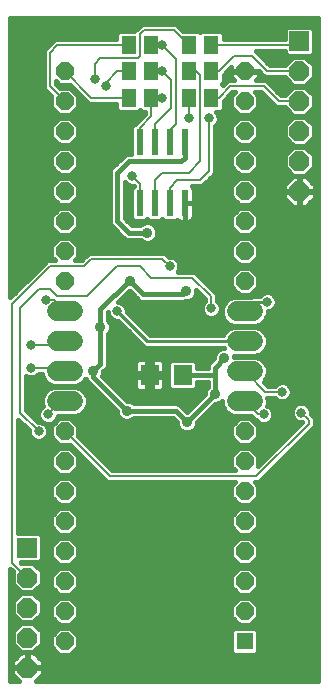
<source format=gbl>
G75*
%MOIN*%
%OFA0B0*%
%FSLAX25Y25*%
%IPPOS*%
%LPD*%
%AMOC8*
5,1,8,0,0,1.08239X$1,22.5*
%
%ADD10R,0.06299X0.07087*%
%ADD11R,0.05700X0.05700*%
%ADD12OC8,0.05700*%
%ADD13C,0.06600*%
%ADD14R,0.05118X0.06299*%
%ADD15R,0.06600X0.06600*%
%ADD16OC8,0.06600*%
%ADD17R,0.02362X0.08661*%
%ADD18C,0.03562*%
%ADD19C,0.01600*%
%ADD20C,0.03500*%
%ADD21C,0.03900*%
%ADD22C,0.03169*%
%ADD23C,0.00800*%
%ADD24C,0.01000*%
%ADD25C,0.00820*%
D10*
X0055850Y0111987D03*
X0066874Y0111987D03*
D11*
X0087612Y0023237D03*
D12*
X0087612Y0033237D03*
X0087612Y0043237D03*
X0087612Y0053237D03*
X0087612Y0063237D03*
X0087612Y0073237D03*
X0087612Y0083237D03*
X0087612Y0093237D03*
X0087612Y0143237D03*
X0087612Y0153237D03*
X0087612Y0163237D03*
X0087612Y0173237D03*
X0087612Y0183237D03*
X0087612Y0193237D03*
X0087612Y0203237D03*
X0087612Y0213237D03*
X0027612Y0213237D03*
X0027612Y0203237D03*
X0027612Y0193237D03*
X0027612Y0183237D03*
X0027612Y0173237D03*
X0027612Y0163237D03*
X0027612Y0153237D03*
X0027612Y0143237D03*
X0027612Y0093237D03*
X0027612Y0083237D03*
X0027612Y0073237D03*
X0027612Y0063237D03*
X0027612Y0053237D03*
X0027612Y0043237D03*
X0027612Y0033237D03*
X0027612Y0023237D03*
D13*
X0030312Y0103237D02*
X0024912Y0103237D01*
X0024912Y0113237D02*
X0030312Y0113237D01*
X0030312Y0123237D02*
X0024912Y0123237D01*
X0024912Y0133237D02*
X0030312Y0133237D01*
X0084912Y0133237D02*
X0090312Y0133237D01*
X0090312Y0123237D02*
X0084912Y0123237D01*
X0084912Y0113237D02*
X0090312Y0113237D01*
X0090312Y0103237D02*
X0084912Y0103237D01*
D14*
X0076352Y0204487D03*
X0076352Y0213237D03*
X0076352Y0221987D03*
X0068872Y0221987D03*
X0068872Y0213237D03*
X0068872Y0204487D03*
X0056352Y0204487D03*
X0056352Y0213237D03*
X0056352Y0221987D03*
X0048872Y0221987D03*
X0048872Y0213237D03*
X0048872Y0204487D03*
D15*
X0105737Y0223237D03*
X0015112Y0054487D03*
D16*
X0015112Y0044487D03*
X0015112Y0034487D03*
X0015112Y0024487D03*
X0015112Y0014487D03*
X0105737Y0173237D03*
X0105737Y0183237D03*
X0105737Y0193237D03*
X0105737Y0203237D03*
X0105737Y0213237D03*
D17*
X0067612Y0189723D03*
X0062612Y0189723D03*
X0057612Y0189723D03*
X0052612Y0189723D03*
X0052612Y0169251D03*
X0057612Y0169251D03*
X0062612Y0169251D03*
X0067612Y0169251D03*
D18*
X0055112Y0159487D03*
X0049387Y0143237D03*
X0039487Y0128037D03*
X0036987Y0113237D03*
X0048237Y0100112D03*
X0068337Y0096362D03*
X0077612Y0105737D03*
X0080737Y0117612D03*
X0068037Y0139912D03*
D19*
X0009412Y0047359D02*
X0009412Y0010037D01*
X0012350Y0010037D01*
X0010012Y0012375D01*
X0010012Y0014287D01*
X0014912Y0014287D01*
X0014912Y0014687D01*
X0010012Y0014687D01*
X0010012Y0016599D01*
X0013000Y0019587D01*
X0014912Y0019587D01*
X0014912Y0014687D01*
X0015312Y0014687D01*
X0015312Y0019587D01*
X0017224Y0019587D01*
X0020212Y0016599D01*
X0020212Y0014687D01*
X0015312Y0014687D01*
X0015312Y0014287D01*
X0020212Y0014287D01*
X0020212Y0012375D01*
X0017874Y0010037D01*
X0112111Y0010037D01*
X0112111Y0230846D01*
X0009412Y0230846D01*
X0009412Y0137865D01*
X0020612Y0149065D01*
X0021784Y0150237D01*
X0024319Y0150237D01*
X0023162Y0151394D01*
X0023162Y0155080D01*
X0025769Y0157687D01*
X0029455Y0157687D01*
X0032062Y0155080D01*
X0032062Y0151394D01*
X0030905Y0150237D01*
X0033034Y0150237D01*
X0035534Y0152737D01*
X0060940Y0152737D01*
X0062112Y0151565D01*
X0062256Y0151421D01*
X0063245Y0151421D01*
X0064416Y0150936D01*
X0065311Y0150041D01*
X0065796Y0148870D01*
X0065796Y0147604D01*
X0065334Y0146487D01*
X0070940Y0146487D01*
X0072112Y0145315D01*
X0078362Y0139065D01*
X0078362Y0136678D01*
X0079061Y0135978D01*
X0079546Y0134808D01*
X0079546Y0133541D01*
X0079061Y0132371D01*
X0078166Y0131475D01*
X0076995Y0130990D01*
X0075729Y0130990D01*
X0074558Y0131475D01*
X0073663Y0132371D01*
X0073178Y0133541D01*
X0073178Y0134808D01*
X0073663Y0135978D01*
X0074362Y0136678D01*
X0074362Y0137409D01*
X0071418Y0140352D01*
X0071418Y0139239D01*
X0070903Y0137997D01*
X0069952Y0137046D01*
X0068710Y0136531D01*
X0067631Y0136531D01*
X0067464Y0136462D01*
X0053285Y0136462D01*
X0052403Y0136827D01*
X0049374Y0139856D01*
X0048875Y0139856D01*
X0045440Y0136421D01*
X0045745Y0136421D01*
X0046916Y0135936D01*
X0047811Y0135041D01*
X0048296Y0133870D01*
X0048296Y0133023D01*
X0055982Y0125337D01*
X0080478Y0125337D01*
X0080758Y0126013D01*
X0082136Y0127391D01*
X0083937Y0128137D01*
X0091287Y0128137D01*
X0093088Y0127391D01*
X0094466Y0126013D01*
X0095212Y0124212D01*
X0095212Y0122262D01*
X0094466Y0120461D01*
X0093088Y0119083D01*
X0091287Y0118337D01*
X0084096Y0118337D01*
X0084118Y0118285D01*
X0084118Y0118137D01*
X0091287Y0118137D01*
X0093088Y0117391D01*
X0094466Y0116013D01*
X0095212Y0114212D01*
X0095212Y0112262D01*
X0094466Y0110461D01*
X0093841Y0109836D01*
X0095315Y0108362D01*
X0097609Y0108362D01*
X0098308Y0109061D01*
X0099479Y0109546D01*
X0100745Y0109546D01*
X0101916Y0109061D01*
X0102811Y0108166D01*
X0103296Y0106995D01*
X0103296Y0105729D01*
X0102811Y0104558D01*
X0101916Y0103663D01*
X0100745Y0103178D01*
X0099479Y0103178D01*
X0098308Y0103663D01*
X0097609Y0104362D01*
X0095150Y0104362D01*
X0095212Y0104212D01*
X0095212Y0102262D01*
X0095031Y0101825D01*
X0095666Y0101561D01*
X0096561Y0100666D01*
X0097046Y0099495D01*
X0097046Y0098229D01*
X0096561Y0097058D01*
X0095666Y0096163D01*
X0094495Y0095678D01*
X0093229Y0095678D01*
X0092058Y0096163D01*
X0091359Y0096862D01*
X0091159Y0096862D01*
X0089684Y0098337D01*
X0083937Y0098337D01*
X0082136Y0099083D01*
X0080758Y0100461D01*
X0080012Y0102262D01*
X0080012Y0103355D01*
X0079527Y0102871D01*
X0078285Y0102356D01*
X0077725Y0102356D01*
X0071718Y0096349D01*
X0071718Y0095689D01*
X0071203Y0094447D01*
X0070252Y0093496D01*
X0069010Y0092981D01*
X0067664Y0092981D01*
X0066422Y0093496D01*
X0065471Y0094447D01*
X0064956Y0095689D01*
X0064956Y0096349D01*
X0063593Y0097712D01*
X0050619Y0097712D01*
X0050152Y0097246D01*
X0048910Y0096731D01*
X0047564Y0096731D01*
X0046322Y0097246D01*
X0045371Y0098197D01*
X0044856Y0099439D01*
X0044856Y0100099D01*
X0035628Y0109327D01*
X0034952Y0110003D01*
X0034614Y0110819D01*
X0034466Y0110461D01*
X0033088Y0109083D01*
X0031287Y0108337D01*
X0023937Y0108337D01*
X0022136Y0109083D01*
X0020758Y0110461D01*
X0020012Y0112262D01*
X0020012Y0112487D01*
X0018865Y0112487D01*
X0018166Y0111788D01*
X0016995Y0111303D01*
X0015729Y0111303D01*
X0014612Y0111765D01*
X0014612Y0100315D01*
X0018506Y0096421D01*
X0019495Y0096421D01*
X0020666Y0095936D01*
X0021561Y0095041D01*
X0022046Y0093870D01*
X0022046Y0092604D01*
X0021561Y0091433D01*
X0020666Y0090538D01*
X0019495Y0090053D01*
X0018229Y0090053D01*
X0017058Y0090538D01*
X0016163Y0091433D01*
X0015678Y0092604D01*
X0015678Y0093593D01*
X0012112Y0097159D01*
X0012112Y0059387D01*
X0019075Y0059387D01*
X0020012Y0058450D01*
X0020012Y0050524D01*
X0019075Y0049587D01*
X0012840Y0049587D01*
X0013061Y0049366D01*
X0013082Y0049387D01*
X0017142Y0049387D01*
X0020012Y0046517D01*
X0020012Y0042457D01*
X0017142Y0039587D01*
X0013082Y0039587D01*
X0010212Y0042457D01*
X0010212Y0046517D01*
X0010233Y0046538D01*
X0009412Y0047359D01*
X0009412Y0046601D02*
X0010169Y0046601D01*
X0010212Y0045003D02*
X0009412Y0045003D01*
X0009412Y0043404D02*
X0010212Y0043404D01*
X0010864Y0041806D02*
X0009412Y0041806D01*
X0009412Y0040207D02*
X0012462Y0040207D01*
X0013082Y0039387D02*
X0010212Y0036517D01*
X0010212Y0032457D01*
X0013082Y0029587D01*
X0017142Y0029587D01*
X0020012Y0032457D01*
X0020012Y0036517D01*
X0017142Y0039387D01*
X0013082Y0039387D01*
X0012304Y0038609D02*
X0009412Y0038609D01*
X0009412Y0037010D02*
X0010706Y0037010D01*
X0010212Y0035412D02*
X0009412Y0035412D01*
X0009412Y0033813D02*
X0010212Y0033813D01*
X0010455Y0032215D02*
X0009412Y0032215D01*
X0009412Y0030616D02*
X0012053Y0030616D01*
X0013082Y0029387D02*
X0010212Y0026517D01*
X0010212Y0022457D01*
X0013082Y0019587D01*
X0017142Y0019587D01*
X0020012Y0022457D01*
X0020012Y0026517D01*
X0017142Y0029387D01*
X0013082Y0029387D01*
X0012713Y0029018D02*
X0009412Y0029018D01*
X0009412Y0027419D02*
X0011115Y0027419D01*
X0010212Y0025821D02*
X0009412Y0025821D01*
X0009412Y0024222D02*
X0010212Y0024222D01*
X0010212Y0022624D02*
X0009412Y0022624D01*
X0009412Y0021025D02*
X0011644Y0021025D01*
X0012839Y0019427D02*
X0009412Y0019427D01*
X0009412Y0017828D02*
X0011241Y0017828D01*
X0010012Y0016230D02*
X0009412Y0016230D01*
X0009412Y0014631D02*
X0014912Y0014631D01*
X0015312Y0014631D02*
X0112111Y0014631D01*
X0112111Y0013033D02*
X0020212Y0013033D01*
X0019271Y0011434D02*
X0112111Y0011434D01*
X0112111Y0016230D02*
X0020212Y0016230D01*
X0018983Y0017828D02*
X0112111Y0017828D01*
X0112111Y0019427D02*
X0091764Y0019427D01*
X0092062Y0019724D02*
X0092062Y0026750D01*
X0091125Y0027687D01*
X0084099Y0027687D01*
X0083162Y0026750D01*
X0083162Y0019724D01*
X0084099Y0018787D01*
X0091125Y0018787D01*
X0092062Y0019724D01*
X0092062Y0021025D02*
X0112111Y0021025D01*
X0112111Y0022624D02*
X0092062Y0022624D01*
X0092062Y0024222D02*
X0112111Y0024222D01*
X0112111Y0025821D02*
X0092062Y0025821D01*
X0091393Y0027419D02*
X0112111Y0027419D01*
X0112111Y0029018D02*
X0089686Y0029018D01*
X0089455Y0028787D02*
X0092062Y0031394D01*
X0092062Y0035080D01*
X0089455Y0037687D01*
X0085769Y0037687D01*
X0083162Y0035080D01*
X0083162Y0031394D01*
X0085769Y0028787D01*
X0089455Y0028787D01*
X0091284Y0030616D02*
X0112111Y0030616D01*
X0112111Y0032215D02*
X0092062Y0032215D01*
X0092062Y0033813D02*
X0112111Y0033813D01*
X0112111Y0035412D02*
X0091731Y0035412D01*
X0090132Y0037010D02*
X0112111Y0037010D01*
X0112111Y0038609D02*
X0017920Y0038609D01*
X0017762Y0040207D02*
X0024349Y0040207D01*
X0023162Y0041394D02*
X0025769Y0038787D01*
X0029455Y0038787D01*
X0032062Y0041394D01*
X0032062Y0045080D01*
X0029455Y0047687D01*
X0025769Y0047687D01*
X0023162Y0045080D01*
X0023162Y0041394D01*
X0023162Y0041806D02*
X0019360Y0041806D01*
X0020012Y0043404D02*
X0023162Y0043404D01*
X0023162Y0045003D02*
X0020012Y0045003D01*
X0019927Y0046601D02*
X0024683Y0046601D01*
X0025769Y0048787D02*
X0029455Y0048787D01*
X0032062Y0051394D01*
X0032062Y0055080D01*
X0029455Y0057687D01*
X0025769Y0057687D01*
X0023162Y0055080D01*
X0023162Y0051394D01*
X0025769Y0048787D01*
X0024757Y0049798D02*
X0019286Y0049798D01*
X0020012Y0051397D02*
X0023162Y0051397D01*
X0023162Y0052995D02*
X0020012Y0052995D01*
X0020012Y0054594D02*
X0023162Y0054594D01*
X0024274Y0056192D02*
X0020012Y0056192D01*
X0020012Y0057791D02*
X0112111Y0057791D01*
X0112111Y0059389D02*
X0090058Y0059389D01*
X0089455Y0058787D02*
X0092062Y0061394D01*
X0092062Y0065080D01*
X0089455Y0067687D01*
X0085769Y0067687D01*
X0083162Y0065080D01*
X0083162Y0061394D01*
X0085769Y0058787D01*
X0089455Y0058787D01*
X0089455Y0057687D02*
X0085769Y0057687D01*
X0083162Y0055080D01*
X0083162Y0051394D01*
X0085769Y0048787D01*
X0089455Y0048787D01*
X0092062Y0051394D01*
X0092062Y0055080D01*
X0089455Y0057687D01*
X0090950Y0056192D02*
X0112111Y0056192D01*
X0112111Y0054594D02*
X0092062Y0054594D01*
X0092062Y0052995D02*
X0112111Y0052995D01*
X0112111Y0051397D02*
X0092062Y0051397D01*
X0090467Y0049798D02*
X0112111Y0049798D01*
X0112111Y0048200D02*
X0018329Y0048200D01*
X0012112Y0059389D02*
X0025166Y0059389D01*
X0025769Y0058787D02*
X0029455Y0058787D01*
X0032062Y0061394D01*
X0032062Y0065080D01*
X0029455Y0067687D01*
X0025769Y0067687D01*
X0023162Y0065080D01*
X0023162Y0061394D01*
X0025769Y0058787D01*
X0023568Y0060988D02*
X0012112Y0060988D01*
X0012112Y0062586D02*
X0023162Y0062586D01*
X0023162Y0064185D02*
X0012112Y0064185D01*
X0012112Y0065783D02*
X0023865Y0065783D01*
X0025464Y0067382D02*
X0012112Y0067382D01*
X0012112Y0068980D02*
X0025575Y0068980D01*
X0025769Y0068787D02*
X0029455Y0068787D01*
X0032062Y0071394D01*
X0032062Y0075080D01*
X0029455Y0077687D01*
X0025769Y0077687D01*
X0023162Y0075080D01*
X0023162Y0071394D01*
X0025769Y0068787D01*
X0023977Y0070579D02*
X0012112Y0070579D01*
X0012112Y0072177D02*
X0023162Y0072177D01*
X0023162Y0073776D02*
X0012112Y0073776D01*
X0012112Y0075374D02*
X0023456Y0075374D01*
X0025055Y0076973D02*
X0012112Y0076973D01*
X0012112Y0078572D02*
X0039449Y0078572D01*
X0040612Y0077409D02*
X0041784Y0076237D01*
X0084319Y0076237D01*
X0083162Y0075080D01*
X0083162Y0071394D01*
X0085769Y0068787D01*
X0089455Y0068787D01*
X0092062Y0071394D01*
X0092062Y0075080D01*
X0090905Y0076237D01*
X0092190Y0076237D01*
X0110862Y0094909D01*
X0110862Y0096565D01*
X0110862Y0097815D01*
X0109546Y0099131D01*
X0109546Y0100120D01*
X0109061Y0101291D01*
X0108166Y0102186D01*
X0106995Y0102671D01*
X0105729Y0102671D01*
X0104558Y0102186D01*
X0103663Y0101291D01*
X0103178Y0100120D01*
X0103178Y0098854D01*
X0103663Y0097683D01*
X0104558Y0096788D01*
X0105729Y0096303D01*
X0106599Y0096303D01*
X0092062Y0081765D01*
X0092062Y0085080D01*
X0089455Y0087687D01*
X0085769Y0087687D01*
X0083162Y0085080D01*
X0083162Y0081394D01*
X0084319Y0080237D01*
X0043440Y0080237D01*
X0032062Y0091615D01*
X0032062Y0095080D01*
X0029455Y0097687D01*
X0025769Y0097687D01*
X0023162Y0095080D01*
X0023162Y0091394D01*
X0025769Y0088787D01*
X0029234Y0088787D01*
X0040612Y0077409D01*
X0041048Y0076973D02*
X0030169Y0076973D01*
X0029455Y0078787D02*
X0032062Y0081394D01*
X0032062Y0085080D01*
X0029455Y0087687D01*
X0025769Y0087687D01*
X0023162Y0085080D01*
X0023162Y0081394D01*
X0025769Y0078787D01*
X0029455Y0078787D01*
X0030838Y0080170D02*
X0037851Y0080170D01*
X0036252Y0081769D02*
X0032062Y0081769D01*
X0032062Y0083367D02*
X0034654Y0083367D01*
X0037113Y0086564D02*
X0084646Y0086564D01*
X0083162Y0084966D02*
X0038712Y0084966D01*
X0040310Y0083367D02*
X0083162Y0083367D01*
X0083162Y0081769D02*
X0041909Y0081769D01*
X0035515Y0088163D02*
X0098459Y0088163D01*
X0100058Y0089761D02*
X0090429Y0089761D01*
X0089455Y0088787D02*
X0092062Y0091394D01*
X0092062Y0095080D01*
X0089455Y0097687D01*
X0085769Y0097687D01*
X0083162Y0095080D01*
X0083162Y0091394D01*
X0085769Y0088787D01*
X0089455Y0088787D01*
X0090578Y0086564D02*
X0096861Y0086564D01*
X0095262Y0084966D02*
X0092062Y0084966D01*
X0092062Y0083367D02*
X0093664Y0083367D01*
X0092065Y0081769D02*
X0092062Y0081769D01*
X0094525Y0078572D02*
X0112111Y0078572D01*
X0112111Y0080170D02*
X0096123Y0080170D01*
X0097722Y0081769D02*
X0112111Y0081769D01*
X0112111Y0083367D02*
X0099320Y0083367D01*
X0100919Y0084966D02*
X0112111Y0084966D01*
X0112111Y0086564D02*
X0102517Y0086564D01*
X0104116Y0088163D02*
X0112111Y0088163D01*
X0112111Y0089761D02*
X0105715Y0089761D01*
X0107313Y0091360D02*
X0112111Y0091360D01*
X0112111Y0092958D02*
X0108912Y0092958D01*
X0110510Y0094557D02*
X0112111Y0094557D01*
X0112111Y0096155D02*
X0110862Y0096155D01*
X0110862Y0097754D02*
X0112111Y0097754D01*
X0112111Y0099352D02*
X0109546Y0099352D01*
X0109202Y0100951D02*
X0112111Y0100951D01*
X0112111Y0102549D02*
X0107290Y0102549D01*
X0105434Y0102549D02*
X0095212Y0102549D01*
X0095212Y0104148D02*
X0097823Y0104148D01*
X0096277Y0100951D02*
X0103522Y0100951D01*
X0103178Y0099352D02*
X0097046Y0099352D01*
X0096850Y0097754D02*
X0103633Y0097754D01*
X0104853Y0094557D02*
X0092062Y0094557D01*
X0092076Y0096155D02*
X0090987Y0096155D01*
X0090267Y0097754D02*
X0073123Y0097754D01*
X0071718Y0096155D02*
X0084237Y0096155D01*
X0083162Y0094557D02*
X0071249Y0094557D01*
X0068337Y0096362D02*
X0077612Y0105637D01*
X0077612Y0105737D01*
X0077612Y0111987D01*
X0077612Y0114487D01*
X0080737Y0117612D01*
X0078476Y0120133D02*
X0041887Y0120133D01*
X0041887Y0121731D02*
X0053648Y0121731D01*
X0054242Y0121137D02*
X0055982Y0121137D01*
X0080478Y0121137D01*
X0080538Y0120993D01*
X0080064Y0120993D01*
X0078822Y0120478D01*
X0077871Y0119527D01*
X0077356Y0118285D01*
X0077356Y0117625D01*
X0075577Y0115846D01*
X0075212Y0114964D01*
X0075212Y0114387D01*
X0071623Y0114387D01*
X0071623Y0116193D01*
X0070686Y0117130D01*
X0063061Y0117130D01*
X0062124Y0116193D01*
X0062124Y0107781D01*
X0063061Y0106844D01*
X0070686Y0106844D01*
X0071623Y0107781D01*
X0071623Y0109587D01*
X0075212Y0109587D01*
X0075212Y0108119D01*
X0074746Y0107652D01*
X0074231Y0106410D01*
X0074231Y0105650D01*
X0068337Y0099756D01*
X0065946Y0102147D01*
X0065064Y0102512D01*
X0050619Y0102512D01*
X0050152Y0102978D01*
X0048910Y0103493D01*
X0048250Y0103493D01*
X0040020Y0111723D01*
X0040368Y0112564D01*
X0040368Y0113224D01*
X0040846Y0113702D01*
X0041522Y0114378D01*
X0041887Y0115260D01*
X0041887Y0125655D01*
X0042353Y0126122D01*
X0042868Y0127364D01*
X0042868Y0128710D01*
X0042353Y0129952D01*
X0041887Y0130419D01*
X0041887Y0132868D01*
X0041928Y0132909D01*
X0041928Y0132604D01*
X0042413Y0131433D01*
X0043308Y0130538D01*
X0044479Y0130053D01*
X0045326Y0130053D01*
X0054242Y0121137D01*
X0052049Y0123330D02*
X0041887Y0123330D01*
X0041887Y0124928D02*
X0050451Y0124928D01*
X0048852Y0126527D02*
X0042521Y0126527D01*
X0042868Y0128125D02*
X0047254Y0128125D01*
X0045655Y0129724D02*
X0042448Y0129724D01*
X0042523Y0131322D02*
X0041887Y0131322D01*
X0039487Y0133862D02*
X0039487Y0128037D01*
X0039487Y0115737D01*
X0036987Y0113237D01*
X0036987Y0111362D01*
X0048237Y0100112D01*
X0064587Y0100112D01*
X0068337Y0096362D01*
X0067142Y0100951D02*
X0069532Y0100951D01*
X0071130Y0102549D02*
X0050581Y0102549D01*
X0047595Y0104148D02*
X0072729Y0104148D01*
X0074231Y0105746D02*
X0045997Y0105746D01*
X0044398Y0107345D02*
X0051257Y0107345D01*
X0051260Y0107338D02*
X0051595Y0107003D01*
X0052006Y0106766D01*
X0052464Y0106644D01*
X0055075Y0106644D01*
X0055075Y0111212D01*
X0050901Y0111212D01*
X0050901Y0108207D01*
X0051023Y0107749D01*
X0051260Y0107338D01*
X0050901Y0108943D02*
X0042800Y0108943D01*
X0041201Y0110542D02*
X0050901Y0110542D01*
X0050901Y0112762D02*
X0055075Y0112762D01*
X0055075Y0111212D01*
X0056625Y0111212D01*
X0056625Y0106644D01*
X0059237Y0106644D01*
X0059695Y0106766D01*
X0060105Y0107003D01*
X0060440Y0107338D01*
X0060677Y0107749D01*
X0060800Y0108207D01*
X0060800Y0111212D01*
X0056625Y0111212D01*
X0056625Y0112762D01*
X0055075Y0112762D01*
X0055075Y0117330D01*
X0052464Y0117330D01*
X0052006Y0117208D01*
X0051595Y0116971D01*
X0051260Y0116636D01*
X0051023Y0116225D01*
X0050901Y0115767D01*
X0050901Y0112762D01*
X0050901Y0113739D02*
X0040883Y0113739D01*
X0040192Y0112140D02*
X0055075Y0112140D01*
X0056625Y0112140D02*
X0062124Y0112140D01*
X0060800Y0112762D02*
X0060800Y0115767D01*
X0060677Y0116225D01*
X0060440Y0116636D01*
X0060105Y0116971D01*
X0059695Y0117208D01*
X0059237Y0117330D01*
X0056625Y0117330D01*
X0056625Y0112762D01*
X0060800Y0112762D01*
X0060800Y0113739D02*
X0062124Y0113739D01*
X0062124Y0115337D02*
X0060800Y0115337D01*
X0060140Y0116936D02*
X0062867Y0116936D01*
X0066874Y0111987D02*
X0077612Y0111987D01*
X0075212Y0108943D02*
X0071623Y0108943D01*
X0071187Y0107345D02*
X0074618Y0107345D01*
X0078751Y0102549D02*
X0080012Y0102549D01*
X0080555Y0100951D02*
X0076320Y0100951D01*
X0074721Y0099352D02*
X0081867Y0099352D01*
X0083162Y0092958D02*
X0032062Y0092958D01*
X0032062Y0094557D02*
X0065425Y0094557D01*
X0064956Y0096155D02*
X0030987Y0096155D01*
X0031287Y0098337D02*
X0033088Y0099083D01*
X0034466Y0100461D01*
X0035212Y0102262D01*
X0035212Y0104212D01*
X0034466Y0106013D01*
X0033088Y0107391D01*
X0031287Y0108137D01*
X0023937Y0108137D01*
X0022136Y0107391D01*
X0020758Y0106013D01*
X0020012Y0104212D01*
X0020012Y0102262D01*
X0020285Y0101604D01*
X0020183Y0101561D01*
X0019288Y0100666D01*
X0018803Y0099495D01*
X0018803Y0098229D01*
X0019288Y0097058D01*
X0020183Y0096163D01*
X0021354Y0095678D01*
X0022620Y0095678D01*
X0023791Y0096163D01*
X0024686Y0097058D01*
X0025171Y0098229D01*
X0025171Y0098337D01*
X0031287Y0098337D01*
X0033357Y0099352D02*
X0044892Y0099352D01*
X0044004Y0100951D02*
X0034669Y0100951D01*
X0035212Y0102549D02*
X0042406Y0102549D01*
X0040807Y0104148D02*
X0035212Y0104148D01*
X0034576Y0105746D02*
X0039209Y0105746D01*
X0037610Y0107345D02*
X0033134Y0107345D01*
X0032750Y0108943D02*
X0036012Y0108943D01*
X0034729Y0110542D02*
X0034499Y0110542D01*
X0041887Y0115337D02*
X0050901Y0115337D01*
X0051560Y0116936D02*
X0041887Y0116936D01*
X0041887Y0118534D02*
X0077459Y0118534D01*
X0076667Y0116936D02*
X0070881Y0116936D01*
X0071623Y0115337D02*
X0075366Y0115337D01*
X0081272Y0126527D02*
X0054792Y0126527D01*
X0053193Y0128125D02*
X0083909Y0128125D01*
X0083937Y0128337D02*
X0091287Y0128337D01*
X0093088Y0129083D01*
X0094466Y0130461D01*
X0095212Y0132262D01*
X0095212Y0133178D01*
X0095745Y0133178D01*
X0096916Y0133663D01*
X0097811Y0134558D01*
X0098296Y0135729D01*
X0098296Y0136995D01*
X0097811Y0138166D01*
X0096916Y0139061D01*
X0095745Y0139546D01*
X0094479Y0139546D01*
X0093308Y0139061D01*
X0092709Y0138462D01*
X0089867Y0138462D01*
X0089542Y0138137D01*
X0083937Y0138137D01*
X0082136Y0137391D01*
X0080758Y0136013D01*
X0080012Y0134212D01*
X0080012Y0132262D01*
X0080758Y0130461D01*
X0082136Y0129083D01*
X0083937Y0128337D01*
X0081495Y0129724D02*
X0051595Y0129724D01*
X0049996Y0131322D02*
X0074927Y0131322D01*
X0073435Y0132921D02*
X0048398Y0132921D01*
X0048027Y0134519D02*
X0073178Y0134519D01*
X0073802Y0136118D02*
X0046478Y0136118D01*
X0046736Y0137716D02*
X0051513Y0137716D01*
X0049915Y0139315D02*
X0048334Y0139315D01*
X0048862Y0143237D02*
X0049387Y0143237D01*
X0053762Y0138862D01*
X0066987Y0138862D01*
X0068037Y0139912D01*
X0070623Y0137716D02*
X0074054Y0137716D01*
X0072456Y0139315D02*
X0071418Y0139315D01*
X0074915Y0142512D02*
X0083162Y0142512D01*
X0083162Y0141394D02*
X0085769Y0138787D01*
X0089455Y0138787D01*
X0092062Y0141394D01*
X0092062Y0145080D01*
X0089455Y0147687D01*
X0085769Y0147687D01*
X0083162Y0145080D01*
X0083162Y0141394D01*
X0083642Y0140913D02*
X0076514Y0140913D01*
X0078112Y0139315D02*
X0085241Y0139315D01*
X0082922Y0137716D02*
X0078362Y0137716D01*
X0078922Y0136118D02*
X0080863Y0136118D01*
X0080139Y0134519D02*
X0079546Y0134519D01*
X0079289Y0132921D02*
X0080012Y0132921D01*
X0080401Y0131322D02*
X0077797Y0131322D01*
X0073317Y0144110D02*
X0083162Y0144110D01*
X0083791Y0145709D02*
X0071718Y0145709D01*
X0065674Y0147307D02*
X0085389Y0147307D01*
X0085769Y0148787D02*
X0089455Y0148787D01*
X0092062Y0151394D01*
X0092062Y0155080D01*
X0089455Y0157687D01*
X0085769Y0157687D01*
X0083162Y0155080D01*
X0083162Y0151394D01*
X0085769Y0148787D01*
X0085650Y0148906D02*
X0065782Y0148906D01*
X0064848Y0150505D02*
X0084051Y0150505D01*
X0083162Y0152103D02*
X0061574Y0152103D01*
X0057027Y0156621D02*
X0057978Y0157572D01*
X0058493Y0158814D01*
X0058493Y0160160D01*
X0057978Y0161402D01*
X0057027Y0162353D01*
X0055785Y0162868D01*
X0054439Y0162868D01*
X0053197Y0162353D01*
X0052730Y0161887D01*
X0049856Y0161887D01*
X0047512Y0164231D01*
X0047512Y0176334D01*
X0048308Y0175538D01*
X0049479Y0175053D01*
X0050468Y0175053D01*
X0050554Y0174967D01*
X0049831Y0174244D01*
X0049831Y0164257D01*
X0050768Y0163320D01*
X0054456Y0163320D01*
X0055112Y0163976D01*
X0055768Y0163320D01*
X0059456Y0163320D01*
X0060112Y0163976D01*
X0060768Y0163320D01*
X0064456Y0163320D01*
X0064976Y0163840D01*
X0064991Y0163815D01*
X0065326Y0163480D01*
X0065736Y0163243D01*
X0066194Y0163120D01*
X0067612Y0163120D01*
X0069030Y0163120D01*
X0069488Y0163243D01*
X0069898Y0163480D01*
X0070233Y0163815D01*
X0070470Y0164225D01*
X0070593Y0164683D01*
X0070593Y0169251D01*
X0070593Y0173818D01*
X0070470Y0174276D01*
X0070233Y0174687D01*
X0069933Y0174987D01*
X0073440Y0174987D01*
X0076565Y0178112D01*
X0077737Y0179284D01*
X0077737Y0195109D01*
X0078436Y0195808D01*
X0078921Y0196979D01*
X0078921Y0198245D01*
X0078436Y0199416D01*
X0078115Y0199737D01*
X0079574Y0199737D01*
X0080511Y0200675D01*
X0080511Y0203308D01*
X0083440Y0206237D01*
X0084319Y0206237D01*
X0083162Y0205080D01*
X0083162Y0201394D01*
X0085769Y0198787D01*
X0089455Y0198787D01*
X0092062Y0201394D01*
X0092062Y0205080D01*
X0090905Y0206237D01*
X0093034Y0206237D01*
X0096862Y0202409D01*
X0098034Y0201237D01*
X0100837Y0201237D01*
X0100837Y0201207D01*
X0103707Y0198337D01*
X0107767Y0198337D01*
X0110637Y0201207D01*
X0110637Y0205267D01*
X0107767Y0208137D01*
X0103707Y0208137D01*
X0100837Y0205267D01*
X0100837Y0205237D01*
X0099690Y0205237D01*
X0094690Y0210237D01*
X0091188Y0210237D01*
X0092262Y0211311D01*
X0092262Y0213151D01*
X0087698Y0213151D01*
X0087698Y0213323D01*
X0092198Y0213323D01*
X0093112Y0212409D01*
X0094284Y0211237D01*
X0100837Y0211237D01*
X0100837Y0211207D01*
X0103707Y0208337D01*
X0107767Y0208337D01*
X0110637Y0211207D01*
X0110637Y0215267D01*
X0107767Y0218137D01*
X0103707Y0218137D01*
X0100837Y0215267D01*
X0100837Y0215237D01*
X0095940Y0215237D01*
X0091190Y0219987D01*
X0100837Y0219987D01*
X0100837Y0219274D01*
X0101774Y0218337D01*
X0109700Y0218337D01*
X0110637Y0219274D01*
X0110637Y0227200D01*
X0109700Y0228137D01*
X0101774Y0228137D01*
X0100837Y0227200D01*
X0100837Y0223987D01*
X0080511Y0223987D01*
X0080511Y0225799D01*
X0079574Y0226737D01*
X0073130Y0226737D01*
X0072612Y0226218D01*
X0072094Y0226737D01*
X0066951Y0226737D01*
X0064700Y0228987D01*
X0053034Y0228987D01*
X0051862Y0227815D01*
X0050783Y0226737D01*
X0045650Y0226737D01*
X0044713Y0225799D01*
X0044713Y0223987D01*
X0024284Y0223987D01*
X0021784Y0221487D01*
X0020612Y0220315D01*
X0020612Y0207409D01*
X0023162Y0204859D01*
X0023162Y0201394D01*
X0025769Y0198787D01*
X0029455Y0198787D01*
X0032062Y0201394D01*
X0032062Y0205080D01*
X0029455Y0207687D01*
X0025990Y0207687D01*
X0024612Y0209065D01*
X0024612Y0209944D01*
X0025769Y0208787D01*
X0029234Y0208787D01*
X0035534Y0202487D01*
X0044713Y0202487D01*
X0044713Y0200675D01*
X0045650Y0199737D01*
X0052094Y0199737D01*
X0052612Y0200256D01*
X0053130Y0199737D01*
X0054362Y0199737D01*
X0054362Y0199065D01*
X0050951Y0195654D01*
X0050768Y0195654D01*
X0049831Y0194717D01*
X0049831Y0185637D01*
X0048385Y0185637D01*
X0047503Y0185272D01*
X0043753Y0181522D01*
X0043077Y0180846D01*
X0042712Y0179964D01*
X0042712Y0162760D01*
X0043077Y0161878D01*
X0046827Y0158128D01*
X0047503Y0157452D01*
X0048385Y0157087D01*
X0052730Y0157087D01*
X0053197Y0156621D01*
X0054439Y0156106D01*
X0055785Y0156106D01*
X0057027Y0156621D01*
X0057305Y0156899D02*
X0084980Y0156899D01*
X0085769Y0158787D02*
X0089455Y0158787D01*
X0092062Y0161394D01*
X0092062Y0165080D01*
X0089455Y0167687D01*
X0085769Y0167687D01*
X0083162Y0165080D01*
X0083162Y0161394D01*
X0085769Y0158787D01*
X0084460Y0160096D02*
X0058493Y0160096D01*
X0058362Y0158497D02*
X0112111Y0158497D01*
X0112111Y0156899D02*
X0090244Y0156899D01*
X0091842Y0155300D02*
X0112111Y0155300D01*
X0112111Y0153702D02*
X0092062Y0153702D01*
X0092062Y0152103D02*
X0112111Y0152103D01*
X0112111Y0150505D02*
X0091173Y0150505D01*
X0089574Y0148906D02*
X0112111Y0148906D01*
X0112111Y0147307D02*
X0089835Y0147307D01*
X0091433Y0145709D02*
X0112111Y0145709D01*
X0112111Y0144110D02*
X0092062Y0144110D01*
X0092062Y0142512D02*
X0112111Y0142512D01*
X0112111Y0140913D02*
X0091582Y0140913D01*
X0089983Y0139315D02*
X0093920Y0139315D01*
X0096304Y0139315D02*
X0112111Y0139315D01*
X0112111Y0137716D02*
X0097998Y0137716D01*
X0098296Y0136118D02*
X0112111Y0136118D01*
X0112111Y0134519D02*
X0097773Y0134519D01*
X0095212Y0132921D02*
X0112111Y0132921D01*
X0112111Y0131322D02*
X0094823Y0131322D01*
X0093729Y0129724D02*
X0112111Y0129724D01*
X0112111Y0128125D02*
X0091315Y0128125D01*
X0093952Y0126527D02*
X0112111Y0126527D01*
X0112111Y0124928D02*
X0094915Y0124928D01*
X0095212Y0123330D02*
X0112111Y0123330D01*
X0112111Y0121731D02*
X0094992Y0121731D01*
X0094137Y0120133D02*
X0112111Y0120133D01*
X0112111Y0118534D02*
X0091763Y0118534D01*
X0093543Y0116936D02*
X0112111Y0116936D01*
X0112111Y0115337D02*
X0094746Y0115337D01*
X0095212Y0113739D02*
X0112111Y0113739D01*
X0112111Y0112140D02*
X0095161Y0112140D01*
X0094499Y0110542D02*
X0112111Y0110542D01*
X0112111Y0108943D02*
X0102034Y0108943D01*
X0103152Y0107345D02*
X0112111Y0107345D01*
X0112111Y0105746D02*
X0103296Y0105746D01*
X0102401Y0104148D02*
X0112111Y0104148D01*
X0106452Y0096155D02*
X0095648Y0096155D01*
X0092062Y0092958D02*
X0103255Y0092958D01*
X0101656Y0091360D02*
X0092028Y0091360D01*
X0084795Y0089761D02*
X0033916Y0089761D01*
X0032318Y0091360D02*
X0083196Y0091360D01*
X0083456Y0075374D02*
X0031768Y0075374D01*
X0032062Y0073776D02*
X0083162Y0073776D01*
X0083162Y0072177D02*
X0032062Y0072177D01*
X0031247Y0070579D02*
X0083977Y0070579D01*
X0085575Y0068980D02*
X0029649Y0068980D01*
X0029760Y0067382D02*
X0085464Y0067382D01*
X0083865Y0065783D02*
X0031359Y0065783D01*
X0032062Y0064185D02*
X0083162Y0064185D01*
X0083162Y0062586D02*
X0032062Y0062586D01*
X0031656Y0060988D02*
X0083568Y0060988D01*
X0085166Y0059389D02*
X0030058Y0059389D01*
X0030950Y0056192D02*
X0084274Y0056192D01*
X0083162Y0054594D02*
X0032062Y0054594D01*
X0032062Y0052995D02*
X0083162Y0052995D01*
X0083162Y0051397D02*
X0032062Y0051397D01*
X0030467Y0049798D02*
X0084757Y0049798D01*
X0085769Y0047687D02*
X0083162Y0045080D01*
X0083162Y0041394D01*
X0085769Y0038787D01*
X0089455Y0038787D01*
X0092062Y0041394D01*
X0092062Y0045080D01*
X0089455Y0047687D01*
X0085769Y0047687D01*
X0084683Y0046601D02*
X0030541Y0046601D01*
X0032062Y0045003D02*
X0083162Y0045003D01*
X0083162Y0043404D02*
X0032062Y0043404D01*
X0032062Y0041806D02*
X0083162Y0041806D01*
X0084349Y0040207D02*
X0030875Y0040207D01*
X0029455Y0037687D02*
X0025769Y0037687D01*
X0023162Y0035080D01*
X0023162Y0031394D01*
X0025769Y0028787D01*
X0029455Y0028787D01*
X0032062Y0031394D01*
X0032062Y0035080D01*
X0029455Y0037687D01*
X0030132Y0037010D02*
X0085092Y0037010D01*
X0083493Y0035412D02*
X0031731Y0035412D01*
X0032062Y0033813D02*
X0083162Y0033813D01*
X0083162Y0032215D02*
X0032062Y0032215D01*
X0031284Y0030616D02*
X0083940Y0030616D01*
X0085538Y0029018D02*
X0029686Y0029018D01*
X0029455Y0027687D02*
X0025769Y0027687D01*
X0023162Y0025080D01*
X0023162Y0021394D01*
X0025769Y0018787D01*
X0029455Y0018787D01*
X0032062Y0021394D01*
X0032062Y0025080D01*
X0029455Y0027687D01*
X0029723Y0027419D02*
X0083831Y0027419D01*
X0083162Y0025821D02*
X0031322Y0025821D01*
X0032062Y0024222D02*
X0083162Y0024222D01*
X0083162Y0022624D02*
X0032062Y0022624D01*
X0031693Y0021025D02*
X0083162Y0021025D01*
X0083460Y0019427D02*
X0030095Y0019427D01*
X0025129Y0019427D02*
X0017385Y0019427D01*
X0018580Y0021025D02*
X0023531Y0021025D01*
X0023162Y0022624D02*
X0020012Y0022624D01*
X0020012Y0024222D02*
X0023162Y0024222D01*
X0023902Y0025821D02*
X0020012Y0025821D01*
X0019109Y0027419D02*
X0025501Y0027419D01*
X0025538Y0029018D02*
X0017511Y0029018D01*
X0018171Y0030616D02*
X0023940Y0030616D01*
X0023162Y0032215D02*
X0019769Y0032215D01*
X0020012Y0033813D02*
X0023162Y0033813D01*
X0023493Y0035412D02*
X0020012Y0035412D01*
X0019518Y0037010D02*
X0025092Y0037010D01*
X0015312Y0019427D02*
X0014912Y0019427D01*
X0014912Y0017828D02*
X0015312Y0017828D01*
X0015312Y0016230D02*
X0014912Y0016230D01*
X0010952Y0011434D02*
X0009412Y0011434D01*
X0009412Y0013033D02*
X0010012Y0013033D01*
X0012112Y0080170D02*
X0024386Y0080170D01*
X0023162Y0081769D02*
X0012112Y0081769D01*
X0012112Y0083367D02*
X0023162Y0083367D01*
X0023162Y0084966D02*
X0012112Y0084966D01*
X0012112Y0086564D02*
X0024646Y0086564D01*
X0024795Y0089761D02*
X0012112Y0089761D01*
X0012112Y0088163D02*
X0029858Y0088163D01*
X0030578Y0086564D02*
X0031457Y0086564D01*
X0032062Y0084966D02*
X0033055Y0084966D01*
X0024975Y0097754D02*
X0045814Y0097754D01*
X0055075Y0107345D02*
X0056625Y0107345D01*
X0056625Y0108943D02*
X0055075Y0108943D01*
X0055075Y0110542D02*
X0056625Y0110542D01*
X0056625Y0113739D02*
X0055075Y0113739D01*
X0055075Y0115337D02*
X0056625Y0115337D01*
X0056625Y0116936D02*
X0055075Y0116936D01*
X0060800Y0110542D02*
X0062124Y0110542D01*
X0062124Y0108943D02*
X0060800Y0108943D01*
X0060444Y0107345D02*
X0062560Y0107345D01*
X0039487Y0133862D02*
X0048862Y0143237D01*
X0052919Y0156899D02*
X0030244Y0156899D01*
X0029455Y0158787D02*
X0032062Y0161394D01*
X0032062Y0165080D01*
X0029455Y0167687D01*
X0025769Y0167687D01*
X0023162Y0165080D01*
X0023162Y0161394D01*
X0025769Y0158787D01*
X0029455Y0158787D01*
X0030764Y0160096D02*
X0044859Y0160096D01*
X0043261Y0161694D02*
X0032062Y0161694D01*
X0032062Y0163293D02*
X0042712Y0163293D01*
X0042712Y0164891D02*
X0032062Y0164891D01*
X0030653Y0166490D02*
X0042712Y0166490D01*
X0042712Y0168088D02*
X0009412Y0168088D01*
X0009412Y0166490D02*
X0024571Y0166490D01*
X0023162Y0164891D02*
X0009412Y0164891D01*
X0009412Y0163293D02*
X0023162Y0163293D01*
X0023162Y0161694D02*
X0009412Y0161694D01*
X0009412Y0160096D02*
X0024460Y0160096D01*
X0024980Y0156899D02*
X0009412Y0156899D01*
X0009412Y0158497D02*
X0046458Y0158497D01*
X0048862Y0159487D02*
X0055112Y0159487D01*
X0057687Y0161694D02*
X0083162Y0161694D01*
X0083162Y0163293D02*
X0069574Y0163293D01*
X0070593Y0164891D02*
X0083162Y0164891D01*
X0084571Y0166490D02*
X0070593Y0166490D01*
X0070593Y0168088D02*
X0112111Y0168088D01*
X0112111Y0166490D02*
X0090653Y0166490D01*
X0092062Y0164891D02*
X0112111Y0164891D01*
X0112111Y0163293D02*
X0092062Y0163293D01*
X0092062Y0161694D02*
X0112111Y0161694D01*
X0112111Y0160096D02*
X0090764Y0160096D01*
X0089455Y0168787D02*
X0085769Y0168787D01*
X0083162Y0171394D01*
X0083162Y0175080D01*
X0085769Y0177687D01*
X0089455Y0177687D01*
X0092062Y0175080D01*
X0092062Y0171394D01*
X0089455Y0168787D01*
X0090355Y0169687D02*
X0102075Y0169687D01*
X0100637Y0171125D02*
X0103625Y0168137D01*
X0105537Y0168137D01*
X0105537Y0173037D01*
X0105937Y0173037D01*
X0105937Y0168137D01*
X0107849Y0168137D01*
X0110837Y0171125D01*
X0110837Y0173037D01*
X0105937Y0173037D01*
X0105937Y0173437D01*
X0110837Y0173437D01*
X0110837Y0175349D01*
X0107849Y0178337D01*
X0105937Y0178337D01*
X0105937Y0173437D01*
X0105537Y0173437D01*
X0105537Y0173037D01*
X0100637Y0173037D01*
X0100637Y0171125D01*
X0100637Y0171285D02*
X0091953Y0171285D01*
X0092062Y0172884D02*
X0100637Y0172884D01*
X0100637Y0173437D02*
X0105537Y0173437D01*
X0105537Y0178337D01*
X0103625Y0178337D01*
X0100637Y0175349D01*
X0100637Y0173437D01*
X0100637Y0174482D02*
X0092062Y0174482D01*
X0091062Y0176081D02*
X0101368Y0176081D01*
X0102967Y0177679D02*
X0089463Y0177679D01*
X0089455Y0178787D02*
X0092062Y0181394D01*
X0092062Y0185080D01*
X0089455Y0187687D01*
X0085769Y0187687D01*
X0083162Y0185080D01*
X0083162Y0181394D01*
X0085769Y0178787D01*
X0089455Y0178787D01*
X0089946Y0179278D02*
X0102767Y0179278D01*
X0103707Y0178337D02*
X0107767Y0178337D01*
X0110637Y0181207D01*
X0110637Y0185267D01*
X0107767Y0188137D01*
X0103707Y0188137D01*
X0100837Y0185267D01*
X0100837Y0181207D01*
X0103707Y0178337D01*
X0101168Y0180876D02*
X0091544Y0180876D01*
X0092062Y0182475D02*
X0100837Y0182475D01*
X0100837Y0184073D02*
X0092062Y0184073D01*
X0091470Y0185672D02*
X0101242Y0185672D01*
X0102841Y0187270D02*
X0089872Y0187270D01*
X0089455Y0188787D02*
X0092062Y0191394D01*
X0092062Y0195080D01*
X0089455Y0197687D01*
X0085769Y0197687D01*
X0083162Y0195080D01*
X0083162Y0191394D01*
X0085769Y0188787D01*
X0089455Y0188787D01*
X0089537Y0188869D02*
X0103176Y0188869D01*
X0103707Y0188337D02*
X0107767Y0188337D01*
X0110637Y0191207D01*
X0110637Y0195267D01*
X0107767Y0198137D01*
X0103707Y0198137D01*
X0100837Y0195267D01*
X0100837Y0191207D01*
X0103707Y0188337D01*
X0101577Y0190467D02*
X0091136Y0190467D01*
X0092062Y0192066D02*
X0100837Y0192066D01*
X0100837Y0193664D02*
X0092062Y0193664D01*
X0091879Y0195263D02*
X0100837Y0195263D01*
X0102432Y0196861D02*
X0090281Y0196861D01*
X0090727Y0200058D02*
X0101986Y0200058D01*
X0103585Y0198460D02*
X0078832Y0198460D01*
X0078873Y0196861D02*
X0084943Y0196861D01*
X0083345Y0195263D02*
X0077891Y0195263D01*
X0077737Y0193664D02*
X0083162Y0193664D01*
X0083162Y0192066D02*
X0077737Y0192066D01*
X0077737Y0190467D02*
X0084088Y0190467D01*
X0085687Y0188869D02*
X0077737Y0188869D01*
X0077737Y0187270D02*
X0085352Y0187270D01*
X0083754Y0185672D02*
X0077737Y0185672D01*
X0077737Y0184073D02*
X0083162Y0184073D01*
X0083162Y0182475D02*
X0077737Y0182475D01*
X0077737Y0180876D02*
X0083680Y0180876D01*
X0085278Y0179278D02*
X0077731Y0179278D01*
X0076133Y0177679D02*
X0085761Y0177679D01*
X0084162Y0176081D02*
X0074534Y0176081D01*
X0070352Y0174482D02*
X0083162Y0174482D01*
X0083162Y0172884D02*
X0070593Y0172884D01*
X0070593Y0171285D02*
X0083271Y0171285D01*
X0084869Y0169687D02*
X0070593Y0169687D01*
X0070593Y0169251D02*
X0067612Y0169251D01*
X0067612Y0169251D01*
X0070593Y0169251D01*
X0067612Y0169251D02*
X0067612Y0163120D01*
X0067612Y0169251D01*
X0067612Y0169251D01*
X0067612Y0168088D02*
X0067612Y0168088D01*
X0067612Y0166490D02*
X0067612Y0166490D01*
X0067612Y0164891D02*
X0067612Y0164891D01*
X0067612Y0163293D02*
X0067612Y0163293D01*
X0065650Y0163293D02*
X0048451Y0163293D01*
X0047512Y0164891D02*
X0049831Y0164891D01*
X0049831Y0166490D02*
X0047512Y0166490D01*
X0047512Y0168088D02*
X0049831Y0168088D01*
X0049831Y0169687D02*
X0047512Y0169687D01*
X0047512Y0171285D02*
X0049831Y0171285D01*
X0049831Y0172884D02*
X0047512Y0172884D01*
X0047512Y0174482D02*
X0050069Y0174482D01*
X0047765Y0176081D02*
X0047512Y0176081D01*
X0045112Y0179487D02*
X0045112Y0163237D01*
X0048862Y0159487D01*
X0042712Y0169687D02*
X0030355Y0169687D01*
X0029455Y0168787D02*
X0032062Y0171394D01*
X0032062Y0175080D01*
X0029455Y0177687D01*
X0025769Y0177687D01*
X0023162Y0175080D01*
X0023162Y0171394D01*
X0025769Y0168787D01*
X0029455Y0168787D01*
X0031953Y0171285D02*
X0042712Y0171285D01*
X0042712Y0172884D02*
X0032062Y0172884D01*
X0032062Y0174482D02*
X0042712Y0174482D01*
X0042712Y0176081D02*
X0031062Y0176081D01*
X0029463Y0177679D02*
X0042712Y0177679D01*
X0042712Y0179278D02*
X0029946Y0179278D01*
X0029455Y0178787D02*
X0032062Y0181394D01*
X0032062Y0185080D01*
X0029455Y0187687D01*
X0025769Y0187687D01*
X0023162Y0185080D01*
X0023162Y0181394D01*
X0025769Y0178787D01*
X0029455Y0178787D01*
X0031544Y0180876D02*
X0043107Y0180876D01*
X0044706Y0182475D02*
X0032062Y0182475D01*
X0032062Y0184073D02*
X0046304Y0184073D01*
X0048862Y0183237D02*
X0045112Y0179487D01*
X0048862Y0183237D02*
X0066362Y0183237D01*
X0067612Y0184487D01*
X0067612Y0189723D01*
X0079895Y0200058D02*
X0084497Y0200058D01*
X0083162Y0201657D02*
X0080511Y0201657D01*
X0080511Y0203255D02*
X0083162Y0203255D01*
X0083162Y0204854D02*
X0082057Y0204854D01*
X0080179Y0208632D02*
X0079949Y0208862D01*
X0080511Y0209425D01*
X0080511Y0212058D01*
X0082962Y0214509D01*
X0082962Y0213323D01*
X0087526Y0213323D01*
X0087526Y0213151D01*
X0082962Y0213151D01*
X0082962Y0211311D01*
X0084036Y0210237D01*
X0081784Y0210237D01*
X0080612Y0209065D01*
X0080179Y0208632D01*
X0080511Y0209649D02*
X0081196Y0209649D01*
X0080511Y0211248D02*
X0083025Y0211248D01*
X0082962Y0212846D02*
X0081300Y0212846D01*
X0082898Y0214445D02*
X0082962Y0214445D01*
X0080511Y0224036D02*
X0100837Y0224036D01*
X0100837Y0225635D02*
X0080511Y0225635D01*
X0091937Y0219241D02*
X0100871Y0219241D01*
X0103212Y0217642D02*
X0093535Y0217642D01*
X0095134Y0216043D02*
X0101614Y0216043D01*
X0102395Y0209649D02*
X0095278Y0209649D01*
X0094273Y0211248D02*
X0092199Y0211248D01*
X0092262Y0212846D02*
X0092674Y0212846D01*
X0096877Y0208051D02*
X0103621Y0208051D01*
X0102023Y0206452D02*
X0098475Y0206452D01*
X0096015Y0203255D02*
X0092062Y0203255D01*
X0092062Y0201657D02*
X0097614Y0201657D01*
X0094417Y0204854D02*
X0092062Y0204854D01*
X0100870Y0227233D02*
X0066454Y0227233D01*
X0064856Y0228832D02*
X0112111Y0228832D01*
X0112111Y0230430D02*
X0009412Y0230430D01*
X0009412Y0228832D02*
X0052878Y0228832D01*
X0051280Y0227233D02*
X0009412Y0227233D01*
X0009412Y0225635D02*
X0044713Y0225635D01*
X0044713Y0224036D02*
X0009412Y0224036D01*
X0009412Y0222438D02*
X0022734Y0222438D01*
X0021136Y0220839D02*
X0009412Y0220839D01*
X0009412Y0219241D02*
X0020612Y0219241D01*
X0020612Y0217642D02*
X0009412Y0217642D01*
X0009412Y0216043D02*
X0020612Y0216043D01*
X0020612Y0214445D02*
X0009412Y0214445D01*
X0009412Y0212846D02*
X0020612Y0212846D01*
X0020612Y0211248D02*
X0009412Y0211248D01*
X0009412Y0209649D02*
X0020612Y0209649D01*
X0020612Y0208051D02*
X0009412Y0208051D01*
X0009412Y0206452D02*
X0021568Y0206452D01*
X0023162Y0204854D02*
X0009412Y0204854D01*
X0009412Y0203255D02*
X0023162Y0203255D01*
X0023162Y0201657D02*
X0009412Y0201657D01*
X0009412Y0200058D02*
X0024497Y0200058D01*
X0025769Y0197687D02*
X0023162Y0195080D01*
X0023162Y0191394D01*
X0025769Y0188787D01*
X0029455Y0188787D01*
X0032062Y0191394D01*
X0032062Y0195080D01*
X0029455Y0197687D01*
X0025769Y0197687D01*
X0024943Y0196861D02*
X0009412Y0196861D01*
X0009412Y0195263D02*
X0023345Y0195263D01*
X0023162Y0193664D02*
X0009412Y0193664D01*
X0009412Y0192066D02*
X0023162Y0192066D01*
X0024088Y0190467D02*
X0009412Y0190467D01*
X0009412Y0188869D02*
X0025687Y0188869D01*
X0025352Y0187270D02*
X0009412Y0187270D01*
X0009412Y0185672D02*
X0023754Y0185672D01*
X0023162Y0184073D02*
X0009412Y0184073D01*
X0009412Y0182475D02*
X0023162Y0182475D01*
X0023680Y0180876D02*
X0009412Y0180876D01*
X0009412Y0179278D02*
X0025278Y0179278D01*
X0025761Y0177679D02*
X0009412Y0177679D01*
X0009412Y0176081D02*
X0024162Y0176081D01*
X0023162Y0174482D02*
X0009412Y0174482D01*
X0009412Y0172884D02*
X0023162Y0172884D01*
X0023271Y0171285D02*
X0009412Y0171285D01*
X0009412Y0169687D02*
X0024869Y0169687D01*
X0023382Y0155300D02*
X0009412Y0155300D01*
X0009412Y0153702D02*
X0023162Y0153702D01*
X0023162Y0152103D02*
X0009412Y0152103D01*
X0009412Y0150505D02*
X0024051Y0150505D01*
X0020453Y0148906D02*
X0009412Y0148906D01*
X0009412Y0147307D02*
X0018854Y0147307D01*
X0017256Y0145709D02*
X0009412Y0145709D01*
X0009412Y0144110D02*
X0015657Y0144110D01*
X0014059Y0142512D02*
X0009412Y0142512D01*
X0009412Y0140913D02*
X0012460Y0140913D01*
X0010862Y0139315D02*
X0009412Y0139315D01*
X0018518Y0112140D02*
X0020063Y0112140D01*
X0020725Y0110542D02*
X0014612Y0110542D01*
X0014612Y0108943D02*
X0022474Y0108943D01*
X0022090Y0107345D02*
X0014612Y0107345D01*
X0014612Y0105746D02*
X0020648Y0105746D01*
X0020012Y0104148D02*
X0014612Y0104148D01*
X0014612Y0102549D02*
X0020012Y0102549D01*
X0019572Y0100951D02*
X0014612Y0100951D01*
X0015575Y0099352D02*
X0018803Y0099352D01*
X0018999Y0097754D02*
X0017174Y0097754D01*
X0014714Y0094557D02*
X0012112Y0094557D01*
X0012112Y0096155D02*
X0013115Y0096155D01*
X0012112Y0092958D02*
X0015678Y0092958D01*
X0016236Y0091360D02*
X0012112Y0091360D01*
X0020138Y0096155D02*
X0020201Y0096155D01*
X0021762Y0094557D02*
X0023162Y0094557D01*
X0023162Y0092958D02*
X0022046Y0092958D01*
X0021488Y0091360D02*
X0023196Y0091360D01*
X0023773Y0096155D02*
X0024237Y0096155D01*
X0031173Y0150505D02*
X0033301Y0150505D01*
X0032062Y0152103D02*
X0034900Y0152103D01*
X0032062Y0153702D02*
X0083162Y0153702D01*
X0083382Y0155300D02*
X0031842Y0155300D01*
X0031470Y0185672D02*
X0049831Y0185672D01*
X0049831Y0187270D02*
X0029872Y0187270D01*
X0029537Y0188869D02*
X0049831Y0188869D01*
X0049831Y0190467D02*
X0031136Y0190467D01*
X0032062Y0192066D02*
X0049831Y0192066D01*
X0049831Y0193664D02*
X0032062Y0193664D01*
X0031879Y0195263D02*
X0050377Y0195263D01*
X0052158Y0196861D02*
X0030281Y0196861D01*
X0030727Y0200058D02*
X0045329Y0200058D01*
X0044713Y0201657D02*
X0032062Y0201657D01*
X0032062Y0203255D02*
X0034765Y0203255D01*
X0033167Y0204854D02*
X0032062Y0204854D01*
X0031568Y0206452D02*
X0030690Y0206452D01*
X0029970Y0208051D02*
X0025627Y0208051D01*
X0024906Y0209649D02*
X0024612Y0209649D01*
X0009412Y0198460D02*
X0053756Y0198460D01*
X0052809Y0200058D02*
X0052415Y0200058D01*
X0105537Y0177679D02*
X0105937Y0177679D01*
X0105937Y0176081D02*
X0105537Y0176081D01*
X0105537Y0174482D02*
X0105937Y0174482D01*
X0105937Y0172884D02*
X0105537Y0172884D01*
X0105537Y0171285D02*
X0105937Y0171285D01*
X0105937Y0169687D02*
X0105537Y0169687D01*
X0109399Y0169687D02*
X0112111Y0169687D01*
X0112111Y0171285D02*
X0110837Y0171285D01*
X0110837Y0172884D02*
X0112111Y0172884D01*
X0112111Y0174482D02*
X0110837Y0174482D01*
X0110106Y0176081D02*
X0112111Y0176081D01*
X0112111Y0177679D02*
X0108507Y0177679D01*
X0108707Y0179278D02*
X0112111Y0179278D01*
X0112111Y0180876D02*
X0110306Y0180876D01*
X0110637Y0182475D02*
X0112111Y0182475D01*
X0112111Y0184073D02*
X0110637Y0184073D01*
X0110232Y0185672D02*
X0112111Y0185672D01*
X0112111Y0187270D02*
X0108633Y0187270D01*
X0108298Y0188869D02*
X0112111Y0188869D01*
X0112111Y0190467D02*
X0109897Y0190467D01*
X0110637Y0192066D02*
X0112111Y0192066D01*
X0112111Y0193664D02*
X0110637Y0193664D01*
X0110637Y0195263D02*
X0112111Y0195263D01*
X0112111Y0196861D02*
X0109042Y0196861D01*
X0107889Y0198460D02*
X0112111Y0198460D01*
X0112111Y0200058D02*
X0109488Y0200058D01*
X0110637Y0201657D02*
X0112111Y0201657D01*
X0112111Y0203255D02*
X0110637Y0203255D01*
X0110637Y0204854D02*
X0112111Y0204854D01*
X0112111Y0206452D02*
X0109451Y0206452D01*
X0107853Y0208051D02*
X0112111Y0208051D01*
X0112111Y0209649D02*
X0109079Y0209649D01*
X0110637Y0211248D02*
X0112111Y0211248D01*
X0112111Y0212846D02*
X0110637Y0212846D01*
X0110637Y0214445D02*
X0112111Y0214445D01*
X0112111Y0216043D02*
X0109860Y0216043D01*
X0108262Y0217642D02*
X0112111Y0217642D01*
X0112111Y0219241D02*
X0110603Y0219241D01*
X0110637Y0220839D02*
X0112111Y0220839D01*
X0112111Y0222438D02*
X0110637Y0222438D01*
X0110637Y0224036D02*
X0112111Y0224036D01*
X0112111Y0225635D02*
X0110637Y0225635D01*
X0110604Y0227233D02*
X0112111Y0227233D01*
X0098190Y0108943D02*
X0094734Y0108943D01*
X0092926Y0076973D02*
X0112111Y0076973D01*
X0112111Y0075374D02*
X0091768Y0075374D01*
X0092062Y0073776D02*
X0112111Y0073776D01*
X0112111Y0072177D02*
X0092062Y0072177D01*
X0091247Y0070579D02*
X0112111Y0070579D01*
X0112111Y0068980D02*
X0089649Y0068980D01*
X0089760Y0067382D02*
X0112111Y0067382D01*
X0112111Y0065783D02*
X0091359Y0065783D01*
X0092062Y0064185D02*
X0112111Y0064185D01*
X0112111Y0062586D02*
X0092062Y0062586D01*
X0091656Y0060988D02*
X0112111Y0060988D01*
X0112111Y0046601D02*
X0090541Y0046601D01*
X0092062Y0045003D02*
X0112111Y0045003D01*
X0112111Y0043404D02*
X0092062Y0043404D01*
X0092062Y0041806D02*
X0112111Y0041806D01*
X0112111Y0040207D02*
X0090875Y0040207D01*
D20*
X0062612Y0053237D03*
X0062612Y0069487D03*
X0052612Y0069487D03*
X0052612Y0053237D03*
X0057612Y0091987D03*
X0046362Y0115737D03*
X0020112Y0084487D03*
X0105112Y0140737D03*
D21*
X0062612Y0130737D03*
D22*
X0062612Y0148237D03*
X0076362Y0134175D03*
X0095112Y0136362D03*
X0100112Y0106362D03*
X0106362Y0099487D03*
X0093862Y0098862D03*
X0050112Y0178237D03*
X0060112Y0204487D03*
X0060112Y0213237D03*
X0060112Y0221987D03*
X0068862Y0197612D03*
X0075737Y0197612D03*
X0041362Y0208237D03*
X0037612Y0210737D03*
X0021362Y0136987D03*
X0016362Y0121987D03*
X0016362Y0114487D03*
X0021987Y0098862D03*
X0018862Y0093237D03*
X0045112Y0133237D03*
D23*
X0035112Y0138237D02*
X0045112Y0148237D01*
X0052612Y0148237D01*
X0056362Y0144487D01*
X0070112Y0144487D01*
X0076362Y0138237D01*
X0076362Y0134175D01*
X0087612Y0113237D02*
X0094487Y0106362D01*
X0100112Y0106362D01*
X0106362Y0099487D02*
X0108862Y0096987D01*
X0108862Y0095737D01*
X0091362Y0078237D01*
X0042612Y0078237D01*
X0027612Y0093237D01*
X0021987Y0098862D02*
X0026362Y0103237D01*
X0027612Y0113237D02*
X0026362Y0114487D01*
X0016362Y0114487D01*
X0016362Y0121987D02*
X0026362Y0121987D01*
X0027612Y0123237D01*
X0027612Y0133237D02*
X0023862Y0136987D01*
X0021362Y0136987D01*
X0022612Y0140737D02*
X0018862Y0140737D01*
X0012612Y0134487D01*
X0012612Y0099487D01*
X0018862Y0093237D01*
X0010112Y0135737D02*
X0010112Y0049487D01*
X0015112Y0044487D01*
X0010112Y0135737D02*
X0022612Y0148237D01*
X0033862Y0148237D01*
X0036362Y0150737D01*
X0060112Y0150737D01*
X0062612Y0148237D01*
X0062612Y0169251D02*
X0062612Y0174487D01*
X0065112Y0176987D01*
X0072612Y0176987D01*
X0075737Y0180112D01*
X0075737Y0197612D01*
X0076352Y0204487D02*
X0078862Y0204487D01*
X0082612Y0208237D01*
X0093862Y0208237D01*
X0098862Y0203237D01*
X0105737Y0203237D01*
X0105737Y0213237D02*
X0095112Y0213237D01*
X0090112Y0218237D01*
X0083862Y0218237D01*
X0078862Y0213237D01*
X0076352Y0213237D01*
X0072612Y0211987D02*
X0071362Y0213237D01*
X0068872Y0213237D01*
X0072612Y0211987D02*
X0072612Y0183237D01*
X0068862Y0179487D01*
X0060112Y0179487D01*
X0057612Y0176987D01*
X0057612Y0169251D01*
X0052612Y0169251D02*
X0052612Y0175737D01*
X0050112Y0178237D01*
X0052612Y0189723D02*
X0052612Y0194487D01*
X0056362Y0198237D01*
X0056362Y0204477D01*
X0056352Y0204487D01*
X0060112Y0204487D01*
X0062925Y0201050D02*
X0062925Y0210425D01*
X0060112Y0213237D01*
X0056352Y0213237D01*
X0051987Y0217612D02*
X0039487Y0217612D01*
X0037612Y0215737D01*
X0037612Y0210737D01*
X0041362Y0209487D02*
X0041362Y0208237D01*
X0041362Y0209487D02*
X0045112Y0213237D01*
X0048872Y0213237D01*
X0051987Y0217612D02*
X0052612Y0218237D01*
X0052612Y0225737D01*
X0053862Y0226987D01*
X0063872Y0226987D01*
X0068872Y0221987D01*
X0064800Y0217300D02*
X0060112Y0221987D01*
X0056352Y0221987D01*
X0064800Y0217300D02*
X0064800Y0195737D01*
X0062612Y0193550D01*
X0062612Y0189723D01*
X0057612Y0189723D02*
X0057612Y0195737D01*
X0062925Y0201050D01*
X0068862Y0204477D02*
X0068862Y0197612D01*
X0068862Y0204477D02*
X0068872Y0204487D01*
X0076352Y0221987D02*
X0104487Y0221987D01*
X0105737Y0223237D01*
X0048872Y0221987D02*
X0025112Y0221987D01*
X0022612Y0219487D01*
X0022612Y0208237D01*
X0027612Y0203237D01*
X0036362Y0204487D02*
X0027612Y0213237D01*
X0036362Y0204487D02*
X0048872Y0204487D01*
X0022612Y0140737D02*
X0025112Y0138237D01*
X0035112Y0138237D01*
X0087612Y0103237D02*
X0091987Y0098862D01*
X0093862Y0098862D01*
D24*
X0087612Y0123237D02*
X0055112Y0123237D01*
X0045112Y0133237D01*
X0027612Y0103237D02*
X0026362Y0103237D01*
X0087612Y0133237D02*
X0090737Y0136362D01*
X0095112Y0136362D01*
D25*
X0027612Y0133237D02*
X0026987Y0133862D01*
M02*

</source>
